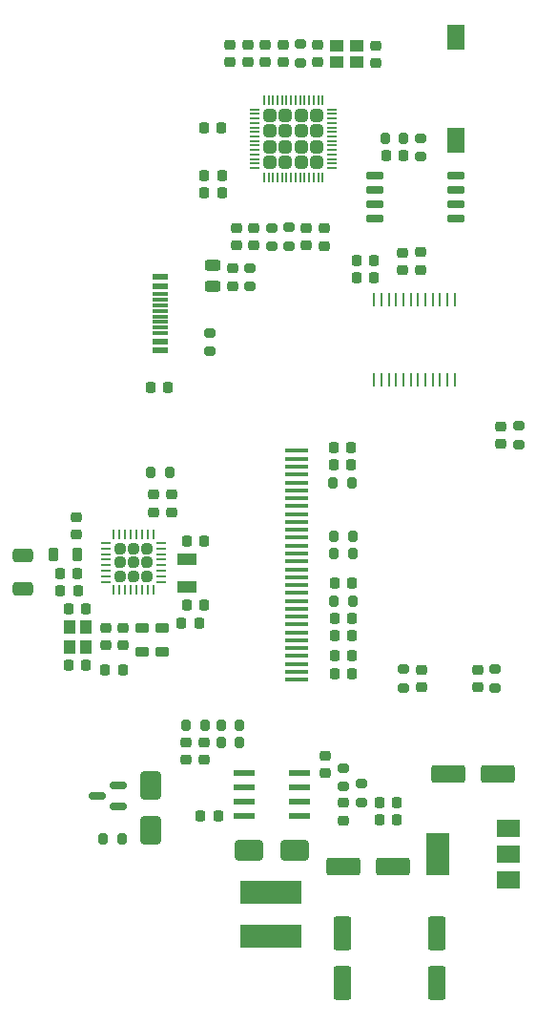
<source format=gbr>
%TF.GenerationSoftware,KiCad,Pcbnew,7.0.2*%
%TF.CreationDate,2023-07-17T10:41:54+03:00*%
%TF.ProjectId,DeskSmartFan,4465736b-536d-4617-9274-46616e2e6b69,rev?*%
%TF.SameCoordinates,Original*%
%TF.FileFunction,Paste,Top*%
%TF.FilePolarity,Positive*%
%FSLAX46Y46*%
G04 Gerber Fmt 4.6, Leading zero omitted, Abs format (unit mm)*
G04 Created by KiCad (PCBNEW 7.0.2) date 2023-07-17 10:41:54*
%MOMM*%
%LPD*%
G01*
G04 APERTURE LIST*
G04 Aperture macros list*
%AMRoundRect*
0 Rectangle with rounded corners*
0 $1 Rounding radius*
0 $2 $3 $4 $5 $6 $7 $8 $9 X,Y pos of 4 corners*
0 Add a 4 corners polygon primitive as box body*
4,1,4,$2,$3,$4,$5,$6,$7,$8,$9,$2,$3,0*
0 Add four circle primitives for the rounded corners*
1,1,$1+$1,$2,$3*
1,1,$1+$1,$4,$5*
1,1,$1+$1,$6,$7*
1,1,$1+$1,$8,$9*
0 Add four rect primitives between the rounded corners*
20,1,$1+$1,$2,$3,$4,$5,0*
20,1,$1+$1,$4,$5,$6,$7,0*
20,1,$1+$1,$6,$7,$8,$9,0*
20,1,$1+$1,$8,$9,$2,$3,0*%
G04 Aperture macros list end*
%ADD10RoundRect,0.242500X0.242500X0.242500X-0.242500X0.242500X-0.242500X-0.242500X0.242500X-0.242500X0*%
%ADD11RoundRect,0.062500X0.337500X0.062500X-0.337500X0.062500X-0.337500X-0.062500X0.337500X-0.062500X0*%
%ADD12RoundRect,0.062500X0.062500X0.337500X-0.062500X0.337500X-0.062500X-0.337500X0.062500X-0.337500X0*%
%ADD13RoundRect,0.250000X0.315000X0.315000X-0.315000X0.315000X-0.315000X-0.315000X0.315000X-0.315000X0*%
%ADD14RoundRect,0.050000X0.387500X0.050000X-0.387500X0.050000X-0.387500X-0.050000X0.387500X-0.050000X0*%
%ADD15RoundRect,0.050000X0.050000X0.387500X-0.050000X0.387500X-0.050000X-0.387500X0.050000X-0.387500X0*%
%ADD16RoundRect,0.225000X-0.250000X0.225000X-0.250000X-0.225000X0.250000X-0.225000X0.250000X0.225000X0*%
%ADD17RoundRect,0.225000X0.225000X0.250000X-0.225000X0.250000X-0.225000X-0.250000X0.225000X-0.250000X0*%
%ADD18RoundRect,0.200000X0.275000X-0.200000X0.275000X0.200000X-0.275000X0.200000X-0.275000X-0.200000X0*%
%ADD19RoundRect,0.225000X-0.225000X-0.250000X0.225000X-0.250000X0.225000X0.250000X-0.225000X0.250000X0*%
%ADD20RoundRect,0.225000X0.250000X-0.225000X0.250000X0.225000X-0.250000X0.225000X-0.250000X-0.225000X0*%
%ADD21RoundRect,0.200000X-0.275000X0.200000X-0.275000X-0.200000X0.275000X-0.200000X0.275000X0.200000X0*%
%ADD22RoundRect,0.150000X0.587500X0.150000X-0.587500X0.150000X-0.587500X-0.150000X0.587500X-0.150000X0*%
%ADD23R,1.981200X0.558800*%
%ADD24RoundRect,0.200000X0.200000X0.275000X-0.200000X0.275000X-0.200000X-0.275000X0.200000X-0.275000X0*%
%ADD25RoundRect,0.218750X-0.218750X-0.256250X0.218750X-0.256250X0.218750X0.256250X-0.218750X0.256250X0*%
%ADD26RoundRect,0.250000X-0.650000X1.000000X-0.650000X-1.000000X0.650000X-1.000000X0.650000X1.000000X0*%
%ADD27RoundRect,0.250000X-0.650000X0.350000X-0.650000X-0.350000X0.650000X-0.350000X0.650000X0.350000X0*%
%ADD28RoundRect,0.250000X-1.250000X-0.550000X1.250000X-0.550000X1.250000X0.550000X-1.250000X0.550000X0*%
%ADD29R,2.000000X0.400000*%
%ADD30RoundRect,0.200000X-0.200000X-0.275000X0.200000X-0.275000X0.200000X0.275000X-0.200000X0.275000X0*%
%ADD31RoundRect,0.250000X-0.550000X1.250000X-0.550000X-1.250000X0.550000X-1.250000X0.550000X1.250000X0*%
%ADD32RoundRect,0.218750X-0.381250X0.218750X-0.381250X-0.218750X0.381250X-0.218750X0.381250X0.218750X0*%
%ADD33R,5.500000X2.150000*%
%ADD34RoundRect,0.218750X0.381250X-0.218750X0.381250X0.218750X-0.381250X0.218750X-0.381250X-0.218750X0*%
%ADD35R,2.000000X1.500000*%
%ADD36R,2.000000X3.800000*%
%ADD37R,1.800000X1.000000*%
%ADD38R,1.150000X1.000000*%
%ADD39R,1.600000X2.180000*%
%ADD40RoundRect,0.150000X-0.650000X-0.150000X0.650000X-0.150000X0.650000X0.150000X-0.650000X0.150000X0*%
%ADD41RoundRect,0.250000X-1.000000X-0.650000X1.000000X-0.650000X1.000000X0.650000X-1.000000X0.650000X0*%
%ADD42RoundRect,0.243750X0.456250X-0.243750X0.456250X0.243750X-0.456250X0.243750X-0.456250X-0.243750X0*%
%ADD43R,0.270800X1.161200*%
%ADD44R,1.000000X1.150000*%
%ADD45R,1.450000X0.600000*%
%ADD46R,1.450000X0.300000*%
%ADD47RoundRect,0.218750X-0.218750X-0.381250X0.218750X-0.381250X0.218750X0.381250X-0.218750X0.381250X0*%
G04 APERTURE END LIST*
D10*
%TO.C,U6*%
X127875000Y-87050000D03*
X125475000Y-88250000D03*
X126675000Y-87050000D03*
X126675000Y-88250000D03*
X127875000Y-88250000D03*
X125475000Y-87050000D03*
X125475000Y-85850000D03*
X127875000Y-85850000D03*
X126675000Y-85850000D03*
D11*
X129125000Y-88800000D03*
X129125000Y-88300000D03*
X129125000Y-87800000D03*
X129125000Y-87300000D03*
X129125000Y-86800000D03*
X129125000Y-86300000D03*
X129125000Y-85800000D03*
X129125000Y-85300000D03*
D12*
X128425000Y-84600000D03*
X127925000Y-84600000D03*
X127425000Y-84600000D03*
X126925000Y-84600000D03*
X126425000Y-84600000D03*
X125925000Y-84600000D03*
X125425000Y-84600000D03*
X124925000Y-84600000D03*
D11*
X124225000Y-85300000D03*
X124225000Y-85800000D03*
X124225000Y-86300000D03*
X124225000Y-86800000D03*
X124225000Y-87300000D03*
X124225000Y-87800000D03*
X124225000Y-88300000D03*
X124225000Y-88800000D03*
D12*
X124925000Y-89500000D03*
X125425000Y-89500000D03*
X125925000Y-89500000D03*
X126425000Y-89500000D03*
X126925000Y-89500000D03*
X127425000Y-89500000D03*
X127925000Y-89500000D03*
X128425000Y-89500000D03*
%TD*%
D13*
%TO.C,U1*%
X140157500Y-51557500D03*
X142957500Y-47357500D03*
X140157500Y-50157500D03*
X142957500Y-51557500D03*
X138757500Y-50157500D03*
X140157500Y-48757500D03*
X141557500Y-51557500D03*
X138757500Y-48757500D03*
X141557500Y-48757500D03*
X138757500Y-51557500D03*
X142957500Y-48757500D03*
X141557500Y-47357500D03*
X142957500Y-50157500D03*
X140157500Y-47357500D03*
X138757500Y-47357500D03*
X141557500Y-50157500D03*
D14*
X144295000Y-52057500D03*
X144295000Y-51657500D03*
X144295000Y-51257500D03*
X144295000Y-50857500D03*
X144295000Y-50457500D03*
X144295000Y-50057500D03*
X144295000Y-49657500D03*
X144295000Y-49257500D03*
X144295000Y-48857500D03*
X144295000Y-48457500D03*
X144295000Y-48057500D03*
X144295000Y-47657500D03*
X144295000Y-47257500D03*
X144295000Y-46857500D03*
D15*
X143457500Y-46020000D03*
X143057500Y-46020000D03*
X142657500Y-46020000D03*
X142257500Y-46020000D03*
X141857500Y-46020000D03*
X141457500Y-46020000D03*
X141057500Y-46020000D03*
X140657500Y-46020000D03*
X140257500Y-46020000D03*
X139857500Y-46020000D03*
X139457500Y-46020000D03*
X139057500Y-46020000D03*
X138657500Y-46020000D03*
X138257500Y-46020000D03*
D14*
X137420000Y-46857500D03*
X137420000Y-47257500D03*
X137420000Y-47657500D03*
X137420000Y-48057500D03*
X137420000Y-48457500D03*
X137420000Y-48857500D03*
X137420000Y-49257500D03*
X137420000Y-49657500D03*
X137420000Y-50057500D03*
X137420000Y-50457500D03*
X137420000Y-50857500D03*
X137420000Y-51257500D03*
X137420000Y-51657500D03*
X137420000Y-52057500D03*
D15*
X138257500Y-52895000D03*
X138657500Y-52895000D03*
X139057500Y-52895000D03*
X139457500Y-52895000D03*
X139857500Y-52895000D03*
X140257500Y-52895000D03*
X140657500Y-52895000D03*
X141057500Y-52895000D03*
X141457500Y-52895000D03*
X141857500Y-52895000D03*
X142257500Y-52895000D03*
X142657500Y-52895000D03*
X143057500Y-52895000D03*
X143457500Y-52895000D03*
%TD*%
D16*
%TO.C,C12*%
X143565000Y-57402500D03*
X143565000Y-58952500D03*
%TD*%
D17*
%TO.C,C50*%
X132475000Y-92400000D03*
X130925000Y-92400000D03*
%TD*%
D18*
%TO.C,R9*%
X146887500Y-108340000D03*
X146887500Y-106690000D03*
%TD*%
D17*
%TO.C,C36*%
X148040000Y-60275000D03*
X146490000Y-60275000D03*
%TD*%
D19*
%TO.C,C31*%
X144430000Y-76865000D03*
X145980000Y-76865000D03*
%TD*%
D20*
%TO.C,C35*%
X150570000Y-61100000D03*
X150570000Y-59550000D03*
%TD*%
D17*
%TO.C,C37*%
X148035000Y-61825000D03*
X146485000Y-61825000D03*
%TD*%
D19*
%TO.C,C49*%
X120150000Y-88000000D03*
X121700000Y-88000000D03*
%TD*%
D18*
%TO.C,R10*%
X145315000Y-106955000D03*
X145315000Y-105305000D03*
%TD*%
D21*
%TO.C,R18*%
X150660000Y-96510000D03*
X150660000Y-98160000D03*
%TD*%
D17*
%TO.C,C8*%
X134515000Y-54265000D03*
X132965000Y-54265000D03*
%TD*%
D22*
%TO.C,Q1*%
X125335000Y-108715000D03*
X125335000Y-106815000D03*
X123460000Y-107765000D03*
%TD*%
D19*
%TO.C,C32*%
X144515000Y-93555000D03*
X146065000Y-93555000D03*
%TD*%
D20*
%TO.C,C34*%
X152130000Y-61080000D03*
X152130000Y-59530000D03*
%TD*%
D18*
%TO.C,R5*%
X152150000Y-51060000D03*
X152150000Y-49410000D03*
%TD*%
D19*
%TO.C,C18*%
X148502500Y-109915000D03*
X150052500Y-109915000D03*
%TD*%
D16*
%TO.C,C53*%
X124200000Y-92825000D03*
X124200000Y-94375000D03*
%TD*%
D19*
%TO.C,C28*%
X144515000Y-88885000D03*
X146065000Y-88885000D03*
%TD*%
D23*
%TO.C,U3*%
X141391300Y-109540000D03*
X141391300Y-108270000D03*
X141391300Y-107000000D03*
X141391300Y-105730000D03*
X136463700Y-105730000D03*
X136463700Y-107000000D03*
X136463700Y-108270000D03*
X136463700Y-109540000D03*
%TD*%
D24*
%TO.C,R16*%
X146125000Y-90455000D03*
X144475000Y-90455000D03*
%TD*%
D17*
%TO.C,C20*%
X134162500Y-109555000D03*
X132612500Y-109555000D03*
%TD*%
D25*
%TO.C,L1*%
X128152500Y-71555000D03*
X129727500Y-71555000D03*
%TD*%
D26*
%TO.C,D1*%
X128187500Y-106827500D03*
X128187500Y-110827500D03*
%TD*%
D19*
%TO.C,C5*%
X149065000Y-50975000D03*
X150615000Y-50975000D03*
%TD*%
D27*
%TO.C,AE1*%
X116850000Y-86450000D03*
X116850000Y-89350000D03*
%TD*%
D16*
%TO.C,C1*%
X135440000Y-60980000D03*
X135440000Y-62530000D03*
%TD*%
D28*
%TO.C,C21*%
X154637500Y-105805000D03*
X159037500Y-105805000D03*
%TD*%
D29*
%TO.C,DS1*%
X141140000Y-97455000D03*
X141140000Y-96755000D03*
X141140000Y-96055000D03*
X141140000Y-95355000D03*
X141140000Y-94655000D03*
X141140000Y-93955000D03*
X141140000Y-93255000D03*
X141140000Y-92555000D03*
X141140000Y-91855000D03*
X141140000Y-91155000D03*
X141140000Y-90455000D03*
X141140000Y-89755000D03*
X141140000Y-89055000D03*
X141140000Y-88355000D03*
X141140000Y-87655000D03*
X141140000Y-86955000D03*
X141140000Y-86255000D03*
X141140000Y-85555000D03*
X141140000Y-84855000D03*
X141140000Y-84155000D03*
X141140000Y-83455000D03*
X141140000Y-82755000D03*
X141140000Y-82055000D03*
X141140000Y-81355000D03*
X141140000Y-80655000D03*
X141140000Y-79955000D03*
X141140000Y-79255000D03*
X141140000Y-78555000D03*
X141140000Y-77855000D03*
X141140000Y-77155000D03*
%TD*%
D16*
%TO.C,C7*%
X135810000Y-57395000D03*
X135810000Y-58945000D03*
%TD*%
%TO.C,C45*%
X121625000Y-83050000D03*
X121625000Y-84600000D03*
%TD*%
D19*
%TO.C,C48*%
X120175000Y-89600000D03*
X121725000Y-89600000D03*
%TD*%
D30*
%TO.C,R11*%
X131342500Y-101485000D03*
X132992500Y-101485000D03*
%TD*%
D24*
%TO.C,R17*%
X146030000Y-79955000D03*
X144380000Y-79955000D03*
%TD*%
D17*
%TO.C,C30*%
X145975000Y-78415000D03*
X144425000Y-78415000D03*
%TD*%
D21*
%TO.C,R19*%
X158780000Y-96510000D03*
X158780000Y-98160000D03*
%TD*%
D16*
%TO.C,C11*%
X142025000Y-57397500D03*
X142025000Y-58947500D03*
%TD*%
D31*
%TO.C,C22*%
X153630000Y-119935000D03*
X153630000Y-124335000D03*
%TD*%
D32*
%TO.C,L4*%
X129225000Y-92837500D03*
X129225000Y-94962500D03*
%TD*%
D20*
%TO.C,C19*%
X143707500Y-105730000D03*
X143707500Y-104180000D03*
%TD*%
D33*
%TO.C,L2*%
X138897500Y-116330000D03*
X138897500Y-120180000D03*
%TD*%
D30*
%TO.C,R12*%
X134422500Y-101485000D03*
X136072500Y-101485000D03*
%TD*%
D31*
%TO.C,C25*%
X145240000Y-119935000D03*
X145240000Y-124335000D03*
%TD*%
D19*
%TO.C,C17*%
X148477500Y-108325000D03*
X150027500Y-108325000D03*
%TD*%
D34*
%TO.C,L5*%
X127425000Y-94962500D03*
X127425000Y-92837500D03*
%TD*%
D21*
%TO.C,R20*%
X160840000Y-74930000D03*
X160840000Y-76580000D03*
%TD*%
D28*
%TO.C,C26*%
X145307500Y-114065000D03*
X149707500Y-114065000D03*
%TD*%
D20*
%TO.C,C23*%
X131357500Y-104585000D03*
X131357500Y-103035000D03*
%TD*%
%TO.C,C3*%
X136800000Y-42660000D03*
X136800000Y-41110000D03*
%TD*%
D18*
%TO.C,R3*%
X136980000Y-62585000D03*
X136980000Y-60935000D03*
%TD*%
D35*
%TO.C,U4*%
X159947500Y-115245000D03*
X159947500Y-112945000D03*
D36*
X153647500Y-112945000D03*
D35*
X159947500Y-110645000D03*
%TD*%
D30*
%TO.C,R8*%
X123992500Y-111605000D03*
X125642500Y-111605000D03*
%TD*%
D17*
%TO.C,C9*%
X134485000Y-48465000D03*
X132935000Y-48465000D03*
%TD*%
D16*
%TO.C,C6*%
X137360000Y-57390000D03*
X137360000Y-58940000D03*
%TD*%
D20*
%TO.C,C13*%
X143030000Y-42670000D03*
X143030000Y-41120000D03*
%TD*%
D17*
%TO.C,C14*%
X134505000Y-52715000D03*
X132955000Y-52715000D03*
%TD*%
D21*
%TO.C,R7*%
X141480000Y-41070000D03*
X141480000Y-42720000D03*
%TD*%
D24*
%TO.C,R6*%
X150665000Y-49395000D03*
X149015000Y-49395000D03*
%TD*%
D19*
%TO.C,C44*%
X131375000Y-85150000D03*
X132925000Y-85150000D03*
%TD*%
D21*
%TO.C,R4*%
X133440000Y-66700000D03*
X133440000Y-68350000D03*
%TD*%
D19*
%TO.C,C47*%
X124150000Y-96600000D03*
X125700000Y-96600000D03*
%TD*%
D24*
%TO.C,R15*%
X146115000Y-84725000D03*
X144465000Y-84725000D03*
%TD*%
D37*
%TO.C,Y3*%
X131400000Y-89250000D03*
X131400000Y-86750000D03*
%TD*%
D18*
%TO.C,R2*%
X138920000Y-58995000D03*
X138920000Y-57345000D03*
%TD*%
D24*
%TO.C,R14*%
X146110000Y-86265000D03*
X144460000Y-86265000D03*
%TD*%
D38*
%TO.C,Y1*%
X144735000Y-42655000D03*
X146485000Y-42655000D03*
X146485000Y-41255000D03*
X144735000Y-41255000D03*
%TD*%
D24*
%TO.C,R13*%
X136072500Y-103035000D03*
X134422500Y-103035000D03*
%TD*%
D39*
%TO.C,SW1*%
X155270000Y-40425000D03*
X155270000Y-49605000D03*
%TD*%
D19*
%TO.C,C29*%
X144525000Y-96895000D03*
X146075000Y-96895000D03*
%TD*%
D16*
%TO.C,C16*%
X145297500Y-108390000D03*
X145297500Y-109940000D03*
%TD*%
D20*
%TO.C,C10*%
X139920000Y-42660000D03*
X139920000Y-41110000D03*
%TD*%
D16*
%TO.C,C40*%
X159240000Y-74980000D03*
X159240000Y-76530000D03*
%TD*%
D40*
%TO.C,U2*%
X148110000Y-52760000D03*
X148110000Y-54030000D03*
X148110000Y-55300000D03*
X148110000Y-56570000D03*
X155310000Y-56570000D03*
X155310000Y-55300000D03*
X155310000Y-54030000D03*
X155310000Y-52760000D03*
%TD*%
D20*
%TO.C,C4*%
X135250000Y-42650000D03*
X135250000Y-41100000D03*
%TD*%
%TO.C,C51*%
X130025000Y-82575000D03*
X130025000Y-81025000D03*
%TD*%
D19*
%TO.C,C33*%
X144515000Y-91975000D03*
X146065000Y-91975000D03*
%TD*%
D16*
%TO.C,C39*%
X157220000Y-96550000D03*
X157220000Y-98100000D03*
%TD*%
D20*
%TO.C,C46*%
X125725000Y-94375000D03*
X125725000Y-92825000D03*
%TD*%
D19*
%TO.C,C43*%
X131425000Y-90800000D03*
X132975000Y-90800000D03*
%TD*%
D20*
%TO.C,C24*%
X132927500Y-104580000D03*
X132927500Y-103030000D03*
%TD*%
D41*
%TO.C,D2*%
X136947500Y-112555000D03*
X140947500Y-112555000D03*
%TD*%
D17*
%TO.C,C27*%
X146055000Y-95345000D03*
X144505000Y-95345000D03*
%TD*%
%TO.C,C42*%
X122450000Y-96150000D03*
X120900000Y-96150000D03*
%TD*%
D20*
%TO.C,C2*%
X138350000Y-42650000D03*
X138350000Y-41100000D03*
%TD*%
D19*
%TO.C,C41*%
X120925000Y-91150000D03*
X122475000Y-91150000D03*
%TD*%
D42*
%TO.C,F1*%
X133660000Y-62532500D03*
X133660000Y-60657500D03*
%TD*%
D24*
%TO.C,R21*%
X129850000Y-79100000D03*
X128200000Y-79100000D03*
%TD*%
D20*
%TO.C,C38*%
X152230000Y-98100000D03*
X152230000Y-96550000D03*
%TD*%
D43*
%TO.C,U5*%
X148035000Y-70845000D03*
X148684999Y-70845000D03*
X149334997Y-70845000D03*
X149984998Y-70845000D03*
X150634997Y-70845000D03*
X151284998Y-70845000D03*
X151934997Y-70845000D03*
X152584998Y-70845000D03*
X153234997Y-70845000D03*
X153884998Y-70845000D03*
X154534997Y-70845000D03*
X155184998Y-70845000D03*
X155184998Y-63695002D03*
X154534999Y-63695002D03*
X153884998Y-63695002D03*
X153235000Y-63695002D03*
X152584998Y-63695002D03*
X151935000Y-63695002D03*
X151285001Y-63695002D03*
X150635000Y-63695002D03*
X149985001Y-63695002D03*
X149335000Y-63695002D03*
X148685001Y-63695002D03*
X148035000Y-63695002D03*
%TD*%
D44*
%TO.C,Y2*%
X121000000Y-92775000D03*
X121000000Y-94525000D03*
X122400000Y-94525000D03*
X122400000Y-92775000D03*
%TD*%
D18*
%TO.C,R1*%
X140470000Y-58970000D03*
X140470000Y-57320000D03*
%TD*%
D20*
%TO.C,C52*%
X128425000Y-82575000D03*
X128425000Y-81025000D03*
%TD*%
D45*
%TO.C,J1*%
X129055000Y-61725000D03*
X129055000Y-62525000D03*
D46*
X129055000Y-63725000D03*
X129055000Y-64725000D03*
X129055000Y-65225000D03*
X129055000Y-66225000D03*
D45*
X129055000Y-67425000D03*
X129055000Y-68225000D03*
X129055000Y-68225000D03*
X129055000Y-67425000D03*
D46*
X129055000Y-66725000D03*
X129055000Y-65725000D03*
X129055000Y-64225000D03*
X129055000Y-63225000D03*
D45*
X129055000Y-62525000D03*
X129055000Y-61725000D03*
%TD*%
D16*
%TO.C,C15*%
X148180000Y-41180000D03*
X148180000Y-42730000D03*
%TD*%
D47*
%TO.C,L3*%
X119562500Y-86300000D03*
X121687500Y-86300000D03*
%TD*%
M02*

</source>
